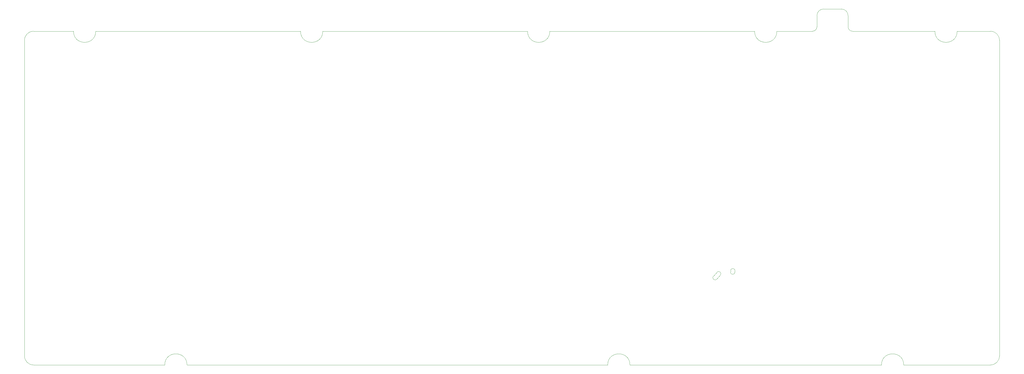
<source format=gm1>
%TF.GenerationSoftware,KiCad,Pcbnew,5.99.0-1.20210419gite0f69ad.fc33*%
%TF.CreationDate,2021-04-20T05:27:25+03:00*%
%TF.ProjectId,UniversalTKL,556e6976-6572-4736-916c-544b4c2e6b69,rev?*%
%TF.SameCoordinates,Original*%
%TF.FileFunction,Profile,NP*%
%FSLAX46Y46*%
G04 Gerber Fmt 4.6, Leading zero omitted, Abs format (unit mm)*
G04 Created by KiCad (PCBNEW 5.99.0-1.20210419gite0f69ad.fc33) date 2021-04-20 05:27:25*
%MOMM*%
%LPD*%
G01*
G04 APERTURE LIST*
%TA.AperFunction,Profile*%
%ADD10C,0.100000*%
%TD*%
%TA.AperFunction,Profile*%
%ADD11C,0.120000*%
%TD*%
G04 APERTURE END LIST*
D10*
X32543750Y-33337500D02*
X46831250Y-33337500D01*
X324643750Y-33337500D02*
G75*
G02*
X323056250Y-31750000I0J1587500D01*
G01*
X54768750Y-33337500D02*
X127793750Y-33337500D01*
X373856250Y-152400000D02*
G75*
G03*
X377031250Y-149225000I0J3175000D01*
G01*
X135731250Y-33337500D02*
X208756250Y-33337500D01*
X323056250Y-27781250D02*
G75*
G03*
X320675000Y-25400000I-2381250J0D01*
G01*
X29368750Y-36512500D02*
G75*
G02*
X32543750Y-33337500I3175000J0D01*
G01*
X377031250Y-36512500D02*
G75*
G03*
X373856250Y-33337500I-3175000J0D01*
G01*
X354012500Y-33337500D02*
G75*
G03*
X361950000Y-33337500I3968750J0D01*
G01*
X334962500Y-152400000D02*
X245268750Y-152400000D01*
X324643750Y-33337500D02*
X354012500Y-33337500D01*
X297656250Y-33337500D02*
X310356250Y-33337500D01*
X314325000Y-25400000D02*
X320675000Y-25400000D01*
X334962500Y-152400000D02*
G75*
G02*
X342900000Y-152400000I3968750J0D01*
G01*
X29368750Y-149225000D02*
X29368750Y-36512500D01*
X311943750Y-27781250D02*
G75*
G02*
X314325000Y-25400000I2381250J0D01*
G01*
X323056250Y-27781250D02*
X323056250Y-31750000D01*
X216693750Y-33337500D02*
X289718750Y-33337500D01*
X361950000Y-33337500D02*
X373856250Y-33337500D01*
X377031250Y-36512500D02*
X377031250Y-149225000D01*
X245268750Y-152400000D02*
G75*
G03*
X237331250Y-152400000I-3968750J0D01*
G01*
X373856250Y-152400000D02*
X342900000Y-152400000D01*
X208756250Y-33337500D02*
G75*
G03*
X216693750Y-33337500I3968750J0D01*
G01*
X46831250Y-33337500D02*
G75*
G03*
X54768750Y-33337500I3968750J0D01*
G01*
X237331250Y-152400000D02*
X87312500Y-152400000D01*
X87312500Y-152400000D02*
G75*
G03*
X79375000Y-152400000I-3968750J0D01*
G01*
X127793750Y-33337500D02*
G75*
G03*
X135731250Y-33337500I3968750J0D01*
G01*
X311943750Y-31750000D02*
X311943750Y-27781250D01*
X32543750Y-152400000D02*
G75*
G02*
X29368750Y-149225000I0J3175000D01*
G01*
X289718750Y-33337500D02*
G75*
G03*
X297656250Y-33337500I3968750J0D01*
G01*
X310356250Y-33337500D02*
G75*
G03*
X311943750Y-31750000I0J1587500D01*
G01*
X79375000Y-152400000D02*
X32543750Y-152400000D01*
D11*
%TO.C,MX78*%
X277450000Y-120375000D02*
X276150000Y-121825000D01*
X275050000Y-120725000D02*
X276350000Y-119275000D01*
X281200000Y-118725000D02*
X281150000Y-119325000D01*
X282700000Y-118725000D02*
X282650000Y-119325000D01*
X281150000Y-119325000D02*
G75*
G03*
X282650000Y-119325000I750000J0D01*
G01*
X277450000Y-120375000D02*
G75*
G03*
X276350000Y-119275000I-550000J550000D01*
G01*
X281200000Y-118725000D02*
G75*
G02*
X282700000Y-118725000I750000J0D01*
G01*
X276150000Y-121825000D02*
G75*
G02*
X275050000Y-120725000I-550000J550000D01*
G01*
%TD*%
M02*

</source>
